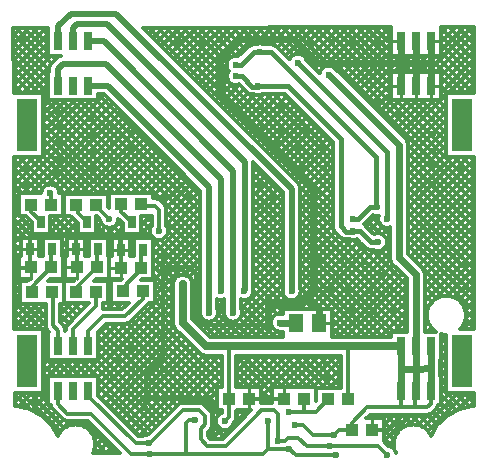
<source format=gbr>
G04 DipTrace 4.3.0.5*
G04 2 - Bottom.gbr*
%MOMM*%
G04 #@! TF.FileFunction,Copper,L2,Bot*
G04 #@! TF.Part,Single*
G04 #@! TA.AperFunction,CopperBalancing*
%ADD10C,0.25*%
G04 #@! TA.AperFunction,Conductor*
%ADD15C,0.5*%
G04 #@! TA.AperFunction,CopperBalancing*
%ADD16C,0.3*%
G04 #@! TA.AperFunction,ViaPad*
%ADD17C,0.6*%
G04 #@! TA.AperFunction,Conductor*
%ADD18C,0.7*%
%ADD19C,0.4*%
%ADD21R,1.1X1.0*%
%ADD22R,1.3X1.5*%
%ADD23R,0.65X1.05*%
%ADD26R,1.8X4.5*%
%ADD33R,0.75X1.5*%
%FSLAX35Y35*%
G04*
G71*
G90*
G75*
G01*
G04 Bottom*
%LPD*%
X-1577000Y1168500D2*
D15*
Y1296000D1*
X-1468000Y1405000D1*
X-1083000D1*
X400000Y-78000D1*
Y-947000D1*
X-1450000Y1168500D2*
Y1283000D1*
X-1420000Y1313000D1*
X-1160000D1*
X3000Y150000D1*
Y-940000D1*
X-1000Y-944000D1*
X-1323000Y1168500D2*
X-1191500D1*
X-98000Y75000D1*
Y-1127000D1*
X-201000Y-945000D2*
Y3000D1*
X-1176000Y978000D1*
X-1537000D1*
X-1582000Y933000D1*
Y796500D1*
X-1577000Y791500D1*
X-301000Y-1127000D2*
Y-66000D1*
X-1158500Y791500D1*
X-1323000D1*
X-523000Y-889000D2*
D18*
X-524000Y-1008000D1*
X-522000Y-1140000D1*
X1323000Y-1411500D2*
X881000D1*
X-130000D1*
X-324500D1*
X-522000Y-1214000D1*
Y-1140000D1*
X1323000Y-1411500D2*
D17*
Y-1601083D1*
Y-1788500D1*
X1310000Y-438000D2*
Y290000D1*
X713000Y887000D1*
X1450000Y-1411500D2*
Y-803000D1*
X1310000Y-663000D1*
Y-438000D1*
X1450000Y-1411500D2*
Y-1601083D1*
Y-1788500D1*
X1323000Y-1601083D2*
X1450000D1*
X1577000Y-1411500D2*
Y-1600000D1*
Y-1788500D1*
X1450000Y-1601083D2*
X1577000Y-1600000D1*
X1323000Y-1788500D2*
D16*
Y-1929000D1*
X1042000D1*
X908000Y-2063000D1*
Y-2118000D1*
X910000Y-2120000D1*
X799000D1*
X756000Y-2163000D1*
X432000Y-2081000D2*
X498000D1*
X580000Y-2163000D1*
X756000D1*
X1323000Y-1929000D2*
X1448000D1*
Y-1790500D1*
X1450000Y-1788500D1*
X1448000Y-1929000D2*
X1550000D1*
X1577000Y-1902000D1*
Y-1788500D1*
X-130000Y-1856000D2*
Y-1411500D1*
Y-1856000D2*
Y-2010000D1*
X-165000Y-2045000D1*
X881000Y-1860000D2*
Y-1411500D1*
X1323000Y1168500D2*
D17*
Y989323D1*
Y791500D1*
X1450000Y1168500D2*
Y989323D1*
Y791500D1*
Y989323D2*
X1323000D1*
X1577000Y1168500D2*
Y984987D1*
Y791500D1*
Y984987D2*
X1450000Y989323D1*
X198000Y-1116000D2*
Y-1052000D1*
X481000D1*
X530473Y-1002527D1*
X578000Y-955000D1*
Y-836000D1*
Y-73000D1*
X-203000Y708000D1*
Y1016000D1*
X-32000Y1187000D1*
X420000D1*
X617677Y989323D1*
X1323000D1*
X199000Y-1229000D2*
X198000Y-1116000D1*
Y-996000D1*
X629000Y-1219000D2*
Y-1101053D1*
X530473Y-1002527D1*
X199000Y-1229000D2*
D16*
X-355000D1*
X-413000Y-1171000D1*
Y-795000D1*
X-463000Y-745000D1*
X-587000D1*
X-591000Y-749000D1*
X-686000D2*
X-591000D1*
X-1817000Y-591000D2*
Y-734000D1*
X-1806000Y-745000D1*
X-1817000Y-591000D2*
Y-473000D1*
X-1427000D1*
X-1054000D1*
Y-586000D1*
X-1046000Y-594000D1*
X-1043000Y-746000D2*
Y-597000D1*
X-1046000Y-594000D1*
X-1427000Y-593000D2*
Y-473000D1*
X-1418000Y-745000D2*
Y-602000D1*
X-1427000Y-593000D1*
X-1054000Y-473000D2*
X-814000D1*
X-704500Y-582500D1*
X-688000Y-599000D1*
Y-747000D1*
X-686000Y-749000D1*
X-1924000D2*
X-1810000D1*
X-1806000Y-745000D1*
X-686000Y-749000D2*
Y-902000D1*
Y-1029000D1*
Y-1310000D1*
Y-1459000D1*
Y-1513000D1*
X-837000Y-1664000D1*
Y-1858000D1*
X-838000Y-1859000D1*
X-840000Y-1936000D2*
Y-1861000D1*
X-838000Y-1859000D1*
X-308000D1*
X-267000Y-1900000D1*
Y-2179000D1*
X199000Y-1855000D2*
X41000D1*
X40000Y-1856000D1*
X199000Y-1855000D2*
X334000D1*
X335000Y-1856000D1*
X1080000Y-2120000D2*
X1227000D1*
X1282000Y-2065000D1*
X-681000Y-625000D2*
X-704500Y-582500D1*
X-686000Y-902000D2*
D3*
Y-1029000D2*
D3*
Y-1310000D2*
D3*
Y-1459000D2*
D3*
X578000Y-836000D2*
D17*
D3*
X-72000Y876000D2*
D19*
X-23000D1*
X67000Y786000D1*
X113000D1*
X115000Y788000D1*
X369000D1*
X814000Y343000D1*
Y-398000D1*
X858000Y-442000D1*
X918000D1*
X923000Y-437000D1*
X978000D1*
X1072000Y-531000D1*
X1132000D1*
X-723000Y-437000D2*
D16*
Y-255000D1*
X-757000Y-221000D1*
X-864000D1*
X-873000Y-212000D1*
X1209000Y-333000D2*
D19*
Y232000D1*
X452000Y989000D1*
X-1641000Y-214000D2*
D16*
Y-120000D1*
X-1643000Y-118000D1*
X-74000Y969000D2*
D19*
X-29000D1*
X79000Y1077000D1*
X129000D1*
X227000D1*
X1117000Y187000D1*
Y-227000D1*
X1122000Y-232000D1*
X918000Y-334000D2*
X964000D1*
X1067000Y-231000D1*
X1121000D1*
X1122000Y-232000D1*
X-1144000Y-334000D2*
D16*
Y-331000D1*
X-1254000Y-221000D1*
Y-216000D1*
X300000Y-1212000D2*
D17*
X432000D1*
D16*
X439000Y-1219000D1*
X-1577000Y-1411500D2*
Y-1280000D1*
X-1622000Y-1235000D1*
Y-963000D1*
X-1628000Y-957000D1*
X-1636000Y-745000D2*
Y-600000D1*
X-1627000Y-591000D1*
X-1798000Y-957000D2*
Y-907000D1*
X-1636000Y-745000D1*
X286000Y-2213000D2*
X346000D1*
X369000Y-2190000D1*
X458000D1*
X527000Y-2259000D1*
X721000D1*
X722000Y-2258000D1*
X1134000D1*
X1207000Y-2331000D1*
X-809000Y-2235000D2*
X-801000D1*
X-519000Y-1953000D1*
X-385000D1*
X-333000Y-2005000D1*
Y-2073000D1*
X-370000Y-2110000D1*
Y-2200000D1*
X-313000Y-2257000D1*
X-157000D1*
X104527Y-1995473D1*
Y-1990473D1*
X142000Y-1953000D1*
X252000D1*
X286000Y-1987000D1*
Y-2213000D1*
X-809000Y-2235000D2*
X-922000D1*
X-1323000Y-1834000D1*
Y-1788500D1*
X-1450000Y-1411500D2*
Y-1270000D1*
X-1255000Y-1075000D1*
Y-953000D1*
X-1323000Y-1411500D2*
Y-1287000D1*
X-1196000Y-1160000D1*
X-1009000D1*
X-861000Y-1012000D1*
Y-946000D1*
X-1248000Y-745000D2*
Y-604000D1*
X-1237000Y-593000D1*
X-1425000Y-953000D2*
Y-922000D1*
X-1248000Y-745000D1*
X-873000Y-746000D2*
Y-611000D1*
X-856000Y-594000D1*
X-1031000Y-946000D2*
Y-920000D1*
X-873000Y-762000D1*
Y-746000D1*
X-1043000Y-212000D2*
Y-272000D1*
X-951000Y-364000D1*
X-1332000Y-363000D2*
Y-357000D1*
X-1405000Y-284000D1*
Y-235000D1*
X-1424000Y-216000D1*
X-803000Y-2323000D2*
X-493000D1*
X157000D1*
X196000Y-2284000D1*
X377000D1*
X380000Y-2281000D1*
X776000Y-2335000D2*
X434000D1*
X380000Y-2281000D1*
X197000Y-2041000D2*
X196000Y-2284000D1*
X-1577000Y-1788500D2*
Y-1903000D1*
X-1498000Y-1982000D1*
X-1299000D1*
X-958000Y-2323000D1*
X-803000D1*
X-420000Y-2034000D2*
X-467000D1*
X-493000Y-2060000D1*
Y-2323000D1*
X-1722000Y-361000D2*
Y-355000D1*
X-1804000Y-273000D1*
Y-221000D1*
X-1811000Y-214000D1*
X711000Y-1860000D2*
X604000Y-1967000D1*
X505897D1*
X377000D1*
X505897D2*
Y-1856897D1*
X505000Y-1856000D1*
D17*
X129000Y1077000D3*
X452000Y989000D3*
X-74000Y969000D3*
X713000Y887000D3*
X-72000Y876000D3*
X115000Y788000D3*
X-1643000Y-118000D3*
X1122000Y-232000D3*
X1209000Y-333000D3*
X-1144000Y-334000D3*
X918000D3*
X-723000Y-437000D3*
X923000D3*
X1310000Y-438000D3*
X1132000Y-531000D3*
X-1924000Y-749000D3*
X-686000D3*
X-591000D3*
X-523000Y-889000D3*
X-1000Y-944000D3*
X-201000Y-945000D3*
X400000Y-947000D3*
X198000Y-996000D3*
X-524000Y-1008000D3*
X198000Y-1116000D3*
X-301000Y-1127000D3*
X-98000D3*
X-522000Y-1140000D3*
X300000Y-1212000D3*
X199000Y-1229000D3*
Y-1855000D3*
X-838000Y-1859000D3*
X-840000Y-1936000D3*
X377000Y-1967000D3*
X-420000Y-2034000D3*
X197000Y-2041000D3*
X-165000Y-2045000D3*
X1282000Y-2065000D3*
X432000Y-2081000D3*
X756000Y-2163000D3*
X-267000Y-2179000D3*
X286000Y-2213000D3*
X-809000Y-2235000D3*
X722000Y-2258000D3*
X380000Y-2281000D3*
X-803000Y-2323000D3*
X1207000Y-2331000D3*
X776000Y-2335000D3*
X-1576000Y575000D3*
X-1582000Y447000D3*
X-1576000Y314000D3*
Y176000D3*
Y44000D3*
X-1295000Y511000D3*
Y368000D3*
X-1286000Y238000D3*
X-1289000Y98000D3*
X-1112000Y442000D3*
X-1113000Y309000D3*
X-1114000Y160000D3*
X-955000Y250000D3*
Y391000D3*
X1590000Y513000D3*
X1595000Y382000D3*
Y241000D3*
X1599000Y110000D3*
Y-35000D3*
X1305000Y553000D3*
X1121000Y663000D3*
X-60000Y614000D3*
X138000D3*
X313000Y610000D3*
X155000Y434000D3*
X309000Y430000D3*
X506000Y421000D3*
X282000Y294000D3*
X471000Y276000D3*
X655000Y263000D3*
X476000Y101000D3*
X673000Y97000D3*
X620000Y-97000D3*
X151000Y-57000D3*
X252000Y-158000D3*
X-477000Y-136000D3*
X-661000Y-140000D3*
X1832000Y83000D3*
Y-83000D3*
X-1859000Y92000D3*
Y-57000D3*
X1121000Y1163000D3*
X923000D3*
X739000D3*
X559000D3*
X1823000Y1189000D3*
X-209000Y1181000D3*
X-363000Y1172000D3*
X-551000D3*
X-1881000Y1189000D3*
X-1763000D3*
X267000Y-647000D3*
X-681000Y-625000D3*
X-686000Y-902000D3*
Y-1029000D3*
X627000Y-696000D3*
X820000Y-687000D3*
X1013000Y-696000D3*
X1175000Y-810000D3*
X1259000Y-937000D3*
X1267000Y-1108000D3*
X1101000Y-1121000D3*
X916000Y-1126000D3*
X1066000Y-941000D3*
X890000Y-937000D3*
X723000D3*
X-686000Y-1310000D3*
Y-1459000D3*
Y-1613000D3*
X-953000Y-1446000D3*
Y-1608000D3*
X-1081000Y-1529000D3*
X-1752000Y-1881000D3*
X1741000Y-1898000D3*
X578000Y-836000D3*
X692000Y-1565000D3*
X688000Y-1683000D3*
X1874000Y-735000D3*
X1879000Y-914000D3*
X-1109000Y-1679000D3*
X-1892320Y1281970D2*
D16*
X-1953623Y1220667D1*
X-1821527Y1282053D2*
X-1953347Y1150233D1*
X-1750693Y1282177D2*
X-1953113Y1079757D1*
X-1679897Y1282260D2*
X-1952877Y1009280D1*
X-1662800Y1228647D2*
X-1952643Y938803D1*
X-1662813Y1157920D2*
X-1952407Y868327D1*
X-1662827Y1087197D2*
X-1952173Y797853D1*
X-1634130Y1045183D2*
X-1941000Y738313D1*
X-1649473Y959130D2*
X-1870290Y738313D1*
X-1662827Y875063D2*
X-1799580Y738313D1*
X-1662800Y804383D2*
X-1728867Y738313D1*
X-1662813Y733657D2*
X-1701660Y694810D1*
X-1657567Y668193D2*
X-1701673Y624087D1*
X-1586857Y668193D2*
X-1701690Y553363D1*
X-1516147Y668193D2*
X-1701660Y482680D1*
X-830293Y1283337D2*
X-843340Y1270287D1*
X-1445433Y668193D2*
X-1701673Y411953D1*
X-1921943Y191683D2*
X-1950020Y163610D1*
X-759500Y1283420D2*
X-808000Y1234920D1*
X-1374723Y668193D2*
X-1701690Y341230D1*
X-1851233Y191683D2*
X-1949743Y93177D1*
X-688707Y1283503D2*
X-772630Y1199577D1*
X-1304013Y668193D2*
X-1701660Y270547D1*
X-1780523Y191683D2*
X-1949507Y22700D1*
X-617913Y1283583D2*
X-737260Y1164237D1*
X-1186733Y714763D2*
X-1701673Y199823D1*
X-1709810Y191690D2*
X-1949273Y-47777D1*
X-547077Y1283710D2*
X-701933Y1128853D1*
X-1151363Y679423D2*
X-1949037Y-118250D1*
X-476283Y1283793D2*
X-666563Y1093510D1*
X-1115993Y644080D2*
X-1875760Y-115683D1*
X-1914307Y-154230D2*
X-1948803Y-188727D1*
X-405490Y1283873D2*
X-631197Y1058170D1*
X-1080667Y608700D2*
X-1805047Y-115683D1*
X-1914320Y-224957D2*
X-1948570Y-259203D1*
X-334697Y1283957D2*
X-595867Y1022787D1*
X-1045297Y573357D2*
X-1661043Y-42390D1*
X-1718610Y-99957D2*
X-1734337Y-115683D1*
X-1914333Y-295680D2*
X-1948333Y-329680D1*
X-263903Y1284040D2*
X-560500Y987447D1*
X-1009930Y538017D2*
X-1599697Y-51753D1*
X-1860280Y-312337D2*
X-1948100Y-400157D1*
X-193110Y1284123D2*
X-525130Y952103D1*
X-974600Y502633D2*
X-1568677Y-91447D1*
X-1822507Y-345273D2*
X-1947823Y-470590D1*
X-122273Y1284247D2*
X-489800Y916720D1*
X-939230Y467290D2*
X-1537660Y-131137D1*
X-1802840Y-396320D2*
X-1947587Y-541067D1*
X-51480Y1284330D2*
X-454433Y881380D1*
X-903863Y431950D2*
X-1453483Y-117670D1*
X-1797633Y-461823D2*
X-1826000Y-490187D1*
X-1897817Y-562007D2*
X-1947353Y-611540D1*
X19313Y1284413D2*
X-419063Y846037D1*
X-868533Y396567D2*
X-1382773Y-117670D1*
X-1577437Y-312337D2*
X-1641183Y-376083D1*
X-1726923Y-461823D2*
X-1755287Y-490187D1*
X-1897830Y-632730D2*
X-1947120Y-682017D1*
X90107Y1284497D2*
X-383737Y810653D1*
X-833167Y361223D2*
X-1312063Y-117670D1*
X-1508713Y-314323D2*
X-1641197Y-446807D1*
X-1656200Y-461810D2*
X-1684577Y-490187D1*
X-1707837Y-513447D2*
X-1736160Y-541770D1*
X-1909320Y-714930D2*
X-1946883Y-752493D1*
X160900Y1284580D2*
X-76490Y1047190D1*
X-152160Y971520D2*
X-348367Y775313D1*
X-797797Y325883D2*
X-1241350Y-117670D1*
X-1451717Y-328040D2*
X-1613867Y-490187D1*
X-1707810Y-584130D2*
X-1736173Y-612493D1*
X-1909337Y-785657D2*
X-1946650Y-822970D1*
X231693Y1284663D2*
X92333Y1145300D1*
X-138793Y914177D2*
X-312997Y739970D1*
X-762470Y290500D2*
X-1170640Y-117670D1*
X-1416390Y-363420D2*
X-1546180Y-493210D1*
X-1896297Y-843330D2*
X-1946413Y-893447D1*
X302527Y1284787D2*
X165073Y1147330D1*
X-142327Y839930D2*
X-277670Y704590D1*
X-727100Y255160D2*
X-1095953Y-113693D1*
X-1412840Y-430583D2*
X-1474433Y-492177D1*
X-1507803Y-525547D2*
X-1546193Y-563937D1*
X-1825587Y-843330D2*
X-1840943Y-858683D1*
X-1901323Y-919067D2*
X-1946180Y-963920D1*
X373320Y1284870D2*
X233630Y1145177D1*
X-106587Y804963D2*
X-242300Y669247D1*
X-691730Y219817D2*
X-1025243Y-113693D1*
X-1238673Y-327127D2*
X-1251150Y-339603D1*
X-1375360Y-463810D2*
X-1403723Y-492177D1*
X-1507817Y-596270D2*
X-1546167Y-634620D1*
X-1901340Y-989790D2*
X-1945903Y-1034357D1*
X444117Y1284953D2*
X280517Y1121353D1*
X-42837Y798000D2*
X-206930Y633907D1*
X-656403Y184433D2*
X-954530Y-113693D1*
X-1213167Y-372330D2*
X-1251183Y-410347D1*
X-1304647Y-463810D2*
X-1346187Y-505350D1*
X-1521337Y-680500D2*
X-1532680Y-691843D1*
X-1896173Y-1055337D2*
X-1945667Y-1104830D1*
X514910Y1285033D2*
X315887Y1086013D1*
X-7507Y762620D2*
X-171603Y598523D1*
X-621033Y149093D2*
X-883820Y-113693D1*
X-1176223Y-406097D2*
X-1262303Y-492177D1*
X-1317837Y-547710D2*
X-1346160Y-576033D1*
X-1521310Y-751183D2*
X-1532663Y-762537D1*
X-1613457Y-843330D2*
X-1628810Y-858683D1*
X-1825463Y-1055337D2*
X-1945433Y-1175307D1*
X585703Y1285117D2*
X351213Y1050630D1*
X28897Y728313D2*
X-136233Y563180D1*
X-585663Y113750D2*
X-813110Y-113693D1*
X-1052603Y-353187D2*
X-1191590Y-492177D1*
X-1317810Y-618393D2*
X-1346090Y-646677D1*
X-1521323Y-821910D2*
X-1558100Y-858683D1*
X-1754753Y-1055337D2*
X-1945200Y-1245783D1*
X656537Y1285243D2*
X436550Y1065253D1*
X85893Y714600D2*
X-100867Y527840D1*
X-550337Y78367D2*
X-769660Y-140957D1*
X-1031820Y-403113D2*
X-1156180Y-527477D1*
X-1472033Y-843330D2*
X-1483370Y-854663D1*
X-1685327Y-1056620D2*
X-1895370Y-1266663D1*
X727330Y1285323D2*
X496487Y1054483D1*
X161700Y719693D2*
X-65537Y492457D1*
X-514967Y43027D2*
X-724017Y-166023D1*
X-1022800Y-464807D2*
X-1051163Y-493170D1*
X-1126837Y-568840D2*
X-1156193Y-598200D1*
X-1685340Y-1127347D2*
X-1824660Y-1266663D1*
X798123Y1285407D2*
X526803Y1014087D1*
X232410Y719693D2*
X-30170Y457117D1*
X-479597Y7687D2*
X-687240Y-199957D1*
X-797590Y-310307D2*
X-870160Y-382877D1*
X-952090Y-464807D2*
X-980453Y-493170D1*
X-1542620Y-1055337D2*
X-1558680Y-1071397D1*
X-1685313Y-1198030D2*
X-1753950Y-1266663D1*
X868917Y1285490D2*
X561137Y977710D1*
X303123Y719693D2*
X5200Y421773D1*
X-444270Y-27697D2*
X-660363Y-243790D1*
X-786333Y-369760D2*
X-870177Y-453603D1*
X-881373Y-464803D2*
X-909743Y-493170D1*
X-936813Y-520243D2*
X-965180Y-548607D1*
X-1467890Y-1051317D2*
X-1558693Y-1142120D1*
X-1679567Y-1262993D2*
X-1701673Y-1285103D1*
X939710Y1285573D2*
X596503Y942367D1*
X356637Y702500D2*
X40530Y386390D1*
X-408900Y-63040D2*
X-659673Y-313810D1*
X-799853Y-453993D2*
X-839033Y-493170D1*
X-936830Y-590967D2*
X-965193Y-619330D1*
X-1189190Y-843330D2*
X-1200527Y-854663D1*
X-1397180Y-1051317D2*
X-1556057Y-1210193D1*
X-1662800Y-1316940D2*
X-1701690Y-1355827D1*
X1010503Y1285657D2*
X683127Y958277D1*
X392007Y667160D2*
X75897Y351050D1*
X-374320Y-99167D2*
X-659687Y-384537D1*
X-1134323Y-859173D2*
X-1151693Y-876540D1*
X-1326470Y-1051317D2*
X-1522093Y-1246943D1*
X-1662813Y-1387663D2*
X-1701660Y-1426510D1*
X1081340Y1285780D2*
X751600Y956040D1*
X427337Y631777D2*
X111267Y315707D1*
X-374333Y-169893D2*
X-644867Y-440427D1*
X-719547Y-515103D2*
X-775173Y-570730D1*
X-1134320Y-929880D2*
X-1151663Y-947223D1*
X-1662827Y-1458387D2*
X-1701673Y-1497233D1*
X1152133Y1285863D2*
X789123Y922853D1*
X462703Y596433D2*
X146593Y280323D1*
X-374307Y-240577D2*
X-775187Y-641457D1*
X-1134337Y-1000603D2*
X-1151680Y-1017947D1*
X-1662800Y-1529070D2*
X-1701690Y-1567960D1*
X1222927Y1285947D2*
X824490Y887510D1*
X498073Y561093D2*
X181963Y244983D1*
X-374320Y-311300D2*
X-769690Y-706670D1*
X-1107337Y-1044317D2*
X-1159690Y-1096670D1*
X-1597850Y-1534830D2*
X-1701660Y-1638640D1*
X-1876357Y-1813337D2*
X-1943043Y-1880023D1*
X1237167Y1229473D2*
X859860Y852170D1*
X533400Y525710D2*
X217333Y209640D1*
X112370Y104677D2*
X76340Y68647D1*
X-374333Y-382023D2*
X-769660Y-777353D1*
X-1036623Y-1044317D2*
X-1088977Y-1096670D1*
X-1527140Y-1534830D2*
X-1701673Y-1709367D1*
X-1805643Y-1813337D2*
X-1908297Y-1915987D1*
X1237193Y1158790D2*
X895190Y816787D1*
X568770Y490370D2*
X252660Y174260D1*
X147737Y69337D2*
X76327Y-2077D1*
X-374307Y-452707D2*
X-769260Y-847663D1*
X-1144900Y-1223303D2*
X-1237193Y-1315597D1*
X-1456427Y-1534830D2*
X-1586797Y-1665200D1*
X-1662800Y-1741203D2*
X-1701690Y-1780090D1*
X-1734933Y-1813337D2*
X-1852210Y-1930613D1*
X1237180Y1088067D2*
X930557Y781447D1*
X604140Y455027D2*
X288030Y138917D1*
X183107Y33993D2*
X76313Y-72800D1*
X-374320Y-523433D2*
X-757673Y-906787D1*
X-1074190Y-1223303D2*
X-1237167Y-1386280D1*
X-1385717Y-1534830D2*
X-1516087Y-1665200D1*
X-1662813Y-1811927D2*
X-1799233Y-1948347D1*
X1265007Y1045183D2*
X965927Y746103D1*
X639467Y419643D2*
X323400Y103577D1*
X218433Y-1390D2*
X76340Y-143483D1*
X-374333Y-594157D2*
X-757687Y-977510D1*
X-1002940Y-1222763D2*
X-1237180Y-1457003D1*
X-1315007Y-1534830D2*
X-1445377Y-1665200D1*
X-1662827Y-1882650D2*
X-1754293Y-1974117D1*
X1335720Y1045183D2*
X1001253Y710720D1*
X674837Y384303D2*
X358727Y68193D1*
X253803Y-36730D2*
X76327Y-214207D1*
X-374307Y-664840D2*
X-515323Y-805857D1*
X-606367Y-896900D2*
X-1237193Y-1527727D1*
X-1244280Y-1534813D2*
X-1374667Y-1665200D1*
X-1636327Y-1926860D2*
X-1709687Y-2000220D1*
X1406430Y1045183D2*
X1276060Y914813D1*
X1237180Y875937D2*
X1036623Y675380D1*
X710207Y348960D2*
X394097Y32850D1*
X289173Y-72070D2*
X76313Y-284933D1*
X-374320Y-735563D2*
X-465910Y-827153D1*
X-606960Y-968203D2*
X-1303957Y-1665200D1*
X-1604767Y-1966013D2*
X-1674357Y-2035603D1*
X1718523Y1286567D2*
X1662813Y1230860D1*
X1477140Y1045183D2*
X1346770Y914813D1*
X1237167Y805210D2*
X1071993Y640037D1*
X745533Y313577D2*
X429463Y-2490D1*
X324500Y-107453D2*
X76340Y-355617D1*
X-374333Y-806290D2*
X-440897Y-872853D1*
X-606890Y-1038847D2*
X-1237180Y-1669137D1*
X-1569400Y-2001353D2*
X-1638987Y-2070943D1*
X1789317Y1286650D2*
X1662840Y1160177D1*
X1547850Y1045183D2*
X1417480Y914813D1*
X1237193Y734527D2*
X1107320Y604653D1*
X745687Y243020D2*
X463260Y-39407D1*
X326683Y-175983D2*
X76327Y-426340D1*
X-374307Y-876970D2*
X-440167Y-942833D1*
X-605827Y-1108493D2*
X-1237193Y-1739860D1*
X-1533037Y-2035700D2*
X-1610497Y-2113163D1*
X1860110Y1286733D2*
X1662827Y1089450D1*
X1618560Y1045183D2*
X1488190Y914813D1*
X1241570Y668193D2*
X1142690Y569313D1*
X745670Y172293D2*
X473313Y-100063D1*
X326670Y-246707D2*
X76313Y-497063D1*
X-374320Y-947697D2*
X-440553Y-1013930D1*
X-605303Y-1178680D2*
X-1237167Y-1810543D1*
X-1471937Y-2045313D2*
X-1584740Y-2158117D1*
X1930947Y1286857D2*
X1558903Y914813D1*
X1312283Y668193D2*
X1178060Y533970D1*
X745700Y101610D2*
X473340Y-170747D1*
X326697Y-317390D2*
X76340Y-567747D1*
X-374333Y-1018420D2*
X-439490Y-1083577D1*
X-600263Y-1244350D2*
X-1211077Y-1855167D1*
X-1401227Y-2045313D2*
X-1428473Y-2072560D1*
X1943857Y1229060D2*
X1629613Y914813D1*
X1382993Y668193D2*
X1213387Y498587D1*
X745683Y30887D2*
X473327Y-241470D1*
X326683Y-388117D2*
X76327Y-638473D1*
X-374307Y-1089103D2*
X-438673Y-1153473D1*
X-570157Y-1284953D2*
X-1175710Y-1890507D1*
X-1330517Y-2045313D2*
X-1368700Y-2083497D1*
X1943817Y1158307D2*
X1662840Y877333D1*
X1453677Y668167D2*
X1248770Y463260D1*
X745683Y-39823D2*
X473327Y-312180D1*
X326683Y-458827D2*
X76327Y-709183D1*
X-373310Y-1158820D2*
X-415720Y-1201230D1*
X-534773Y-1320280D2*
X-1140367Y-1925877D1*
X-1293143Y-2078653D2*
X-1323870Y-2109380D1*
X1943817Y1087597D2*
X1662840Y806623D1*
X1524400Y668180D2*
X1284110Y427890D1*
X745683Y-110533D2*
X473327Y-382893D1*
X326683Y-529537D2*
X76327Y-779893D1*
X-171330Y-1027550D2*
X-227660Y-1083880D1*
X-339753Y-1195970D2*
X-380340Y-1236557D1*
X-499430Y-1355650D2*
X-1104983Y-1961203D1*
X-1257803Y-2114023D2*
X-1290187Y-2146407D1*
X1943777Y1016847D2*
X1662840Y735910D1*
X1595123Y668193D2*
X1319453Y392523D1*
X745683Y-181247D2*
X473327Y-453603D1*
X326683Y-600247D2*
X76327Y-850603D1*
X-171330Y-1098260D2*
X-229527Y-1156457D1*
X-271553Y-1198483D2*
X-344997Y-1271927D1*
X-464090Y-1391020D2*
X-1069643Y-1996573D1*
X-1222420Y-2149350D2*
X-1268187Y-2195117D1*
X1943777Y946133D2*
X1735970Y738327D1*
X1701687Y704047D2*
X1354837Y357193D1*
X745683Y-251957D2*
X473327Y-524313D1*
X326683Y-670957D2*
X76327Y-921317D1*
X-167353Y-1164993D2*
X-309657Y-1307297D1*
X-428707Y-1426347D2*
X-1034303Y-2031943D1*
X-1187077Y-2184720D2*
X-1264290Y-2261933D1*
X1943733Y875383D2*
X1806650Y738300D1*
X1701687Y633337D2*
X1384460Y316107D1*
X745683Y-322667D2*
X473327Y-595023D1*
X326683Y-741670D2*
X-24687Y-1093037D1*
X-130603Y-1198953D2*
X-259813Y-1328163D1*
X-393363Y-1461717D2*
X-998920Y-2067270D1*
X-1151737Y-2220087D2*
X-1244527Y-2312880D1*
X1943733Y804670D2*
X1877377Y738313D1*
X1701687Y562627D2*
X1388313Y249250D1*
X745683Y-393377D2*
X473327Y-665733D1*
X326683Y-812380D2*
X-189130Y-1328193D1*
X-351767Y-1490830D2*
X-963577Y-2102640D1*
X-1116353Y-2255417D2*
X-1173803Y-2312867D1*
X1701687Y491913D2*
X1388313Y178540D1*
X763957Y-445817D2*
X473327Y-736447D1*
X326683Y-883090D2*
X-118407Y-1328177D1*
X-285060Y-1494833D2*
X-928237Y-2138010D1*
X-1081013Y-2290783D2*
X-1103120Y-2312893D1*
X1701687Y421203D2*
X1388313Y107830D1*
X799297Y-481187D2*
X473327Y-807157D1*
X322207Y-958277D2*
X-47680Y-1328163D1*
X-214337Y-1494820D2*
X-891197Y-2171680D1*
X1701687Y350493D2*
X1388313Y37117D1*
X842263Y-508930D2*
X473327Y-877867D1*
X346157Y-1005040D2*
X23003Y-1328193D1*
X-193330Y-1544523D2*
X-545693Y-1896887D1*
X1701687Y279783D2*
X1388313Y-33593D1*
X1111987Y-309920D2*
X1030380Y-391523D1*
X907727Y-514180D2*
X478300Y-943607D1*
X396580Y-1025327D2*
X286633Y-1135270D1*
X223267Y-1198637D2*
X93727Y-1328177D1*
X-193330Y-1615237D2*
X-467760Y-1889663D1*
X1701687Y209073D2*
X1388313Y-104303D1*
X1134277Y-358340D2*
X1065723Y-426893D1*
X967883Y-524730D2*
X396927Y-1095690D1*
X235200Y-1257413D2*
X164450Y-1328163D1*
X-2203Y-1494820D2*
X-66697Y-1559313D1*
X-193330Y-1685947D2*
X-397077Y-1889693D1*
X1755010Y191683D2*
X1388313Y-175013D1*
X1164730Y-398597D2*
X1104750Y-458573D1*
X1003227Y-560100D2*
X467650Y-1095677D1*
X276177Y-1287150D2*
X235133Y-1328193D1*
X68520Y-1494807D2*
X-66697Y-1630023D1*
X-233313Y-1796640D2*
X-342013Y-1905340D1*
X1825737Y191700D2*
X1388313Y-245723D1*
X1224887Y-409150D2*
X1171540Y-462497D1*
X1041220Y-592817D2*
X538377Y-1095660D1*
X325687Y-1308350D2*
X305860Y-1328177D1*
X139203Y-1494833D2*
X-66697Y-1700733D1*
X-233313Y-1867350D2*
X-306590Y-1940627D1*
X1896417Y191670D2*
X1388313Y-316437D1*
X1231683Y-473063D2*
X1204687Y-500063D1*
X1101090Y-603660D2*
X609060Y-1095690D1*
X209927Y-1494820D2*
X-52943Y-1757690D1*
X-233313Y-1938060D2*
X-274437Y-1979187D1*
X1943527Y168070D2*
X1388313Y-387147D1*
X1231683Y-543777D2*
X679783Y-1095677D1*
X280650Y-1494807D2*
X17783Y-1757677D1*
X-232483Y-2007943D2*
X-269673Y-2045133D1*
X1943527Y97357D2*
X1388313Y-457857D1*
X1231683Y-614487D2*
X742303Y-1103863D1*
X351333Y-1494833D2*
X88507Y-1757663D1*
X-235177Y-2081347D2*
X-306673Y-2152840D1*
X1943487Y26607D2*
X1388313Y-528567D1*
X1233837Y-683043D2*
X742303Y-1174577D1*
X422060Y-1494820D2*
X143320Y-1773560D1*
X-37423Y-1954300D2*
X-66697Y-1983577D1*
X-199297Y-2116177D2*
X-276800Y-2193680D1*
X1943443Y-44147D2*
X1388313Y-599277D1*
X1261307Y-726283D2*
X742303Y-1245287D1*
X492783Y-1494807D2*
X143320Y-1844270D1*
X33260Y-1954330D2*
X-106017Y-2093607D1*
X-116367Y-2103957D2*
X-206077Y-2193667D1*
X1943443Y-114857D2*
X1408657Y-649647D1*
X1296647Y-761653D2*
X742303Y-1315997D1*
X563467Y-1494833D2*
X300640Y-1757663D1*
X231680Y-1826623D2*
X168637Y-1889663D1*
X1943403Y-185610D2*
X1443997Y-685013D1*
X1331990Y-797023D2*
X800847Y-1328163D1*
X634190Y-1494820D2*
X371320Y-1757690D1*
X1943403Y-256320D2*
X1479380Y-720343D1*
X1367373Y-832350D2*
X871530Y-1328193D1*
X704917Y-1494807D2*
X442047Y-1757677D1*
X1943360Y-327073D2*
X1514017Y-756417D1*
X1371680Y-898750D2*
X942257Y-1328177D1*
X775600Y-1494833D2*
X512770Y-1757663D1*
X1943360Y-397783D2*
X1528310Y-812833D1*
X1371680Y-969463D2*
X1012980Y-1328163D1*
X817693Y-1523450D2*
X583453Y-1757690D1*
X1943320Y-468533D2*
X1528310Y-883543D1*
X1371680Y-1040173D2*
X1083663Y-1328193D1*
X817693Y-1594160D2*
X650160Y-1761697D1*
X1943320Y-539247D2*
X1528310Y-954253D1*
X1371680Y-1110883D2*
X1154387Y-1328177D1*
X817693Y-1664870D2*
X720883Y-1761680D1*
X1943277Y-609997D2*
X1528310Y-1024963D1*
X1371680Y-1181593D2*
X1265093Y-1288183D1*
X1237193Y-1316083D2*
X1225110Y-1328163D1*
X817693Y-1735583D2*
X791607Y-1761667D1*
X1943277Y-680710D2*
X1528310Y-1095677D1*
X1371680Y-1252303D2*
X1335817Y-1288170D1*
X1943237Y-751460D2*
X1712147Y-982553D1*
X1542547Y-1152150D2*
X1528310Y-1166387D1*
X1943237Y-822170D2*
X1771723Y-993683D1*
X1553650Y-1211757D2*
X1528310Y-1237097D1*
X1943197Y-892923D2*
X1816470Y-1019647D1*
X1579630Y-1256490D2*
X1547950Y-1288170D1*
X1943197Y-963633D2*
X1850073Y-1056757D1*
X1943153Y-1034387D2*
X1871950Y-1105590D1*
X1943153Y-1105097D2*
X1875593Y-1172657D1*
X1701687Y-1346563D2*
X1662840Y-1385410D1*
X1943113Y-1175850D2*
X1852267Y-1266693D1*
X1701687Y-1417273D2*
X1662840Y-1456120D1*
X1126653Y-1992310D2*
X1097293Y-2021667D1*
X1943113Y-1246560D2*
X1922993Y-1266680D1*
X1701687Y-1487983D2*
X1662840Y-1526830D1*
X1197337Y-1992337D2*
X1167977Y-2021693D1*
X1701687Y-1558693D2*
X1655343Y-1605040D1*
X1268060Y-1992323D2*
X1183307Y-2077077D1*
X1701687Y-1629407D2*
X1662840Y-1668253D1*
X1338783Y-1992310D2*
X1183307Y-2147787D1*
X1701687Y-1700117D2*
X1662840Y-1738963D1*
X1409467Y-1992337D2*
X1184300Y-2217503D1*
X1701687Y-1770827D2*
X1662840Y-1809673D1*
X1480193Y-1992323D2*
X1395977Y-2076537D1*
X1266527Y-2205987D2*
X1219643Y-2252873D1*
X1729903Y-1813323D2*
X1662840Y-1880383D1*
X1551000Y-1992227D2*
X1466950Y-2076273D1*
X1800627Y-1813310D2*
X1517580Y-2096357D1*
X1871310Y-1813337D2*
X1556113Y-2128533D1*
X1942033Y-1813323D2*
X1811707Y-1943650D1*
X1942907Y-1883163D2*
X1909197Y-1916873D1*
X1877513Y1286777D2*
X1943873Y1220417D1*
X1806887Y1286693D2*
X1943843Y1149733D1*
X1736260Y1286610D2*
X1943817Y1079050D1*
X1665673Y1286487D2*
X1943790Y1008370D1*
X1662827Y1218620D2*
X1943760Y937687D1*
X1662840Y1147893D2*
X1943733Y867003D1*
X1662813Y1077213D2*
X1943707Y796320D1*
X1624130Y1045183D2*
X1931000Y738313D1*
X1553420Y1045183D2*
X1860290Y738313D1*
X1482707Y1045183D2*
X1613080Y914813D1*
X1662813Y865080D2*
X1789580Y738313D1*
X1171320Y1285863D2*
X1237180Y1220003D1*
X1411997Y1045183D2*
X1542367Y914813D1*
X1662827Y794357D2*
X1718867Y738313D1*
X1100690Y1285780D2*
X1237193Y1149280D1*
X1341287Y1045183D2*
X1471657Y914813D1*
X1662840Y723630D2*
X1701687Y684783D1*
X1030063Y1285697D2*
X1237167Y1078597D1*
X1270577Y1045183D2*
X1400947Y914813D1*
X1647567Y668193D2*
X1701660Y614100D1*
X959437Y1285617D2*
X1330237Y914813D1*
X1576857Y668193D2*
X1701673Y543377D1*
X888807Y1285533D2*
X1259523Y914813D1*
X1506147Y668193D2*
X1701687Y472653D1*
X818220Y1285407D2*
X1237167Y866463D1*
X1435433Y668193D2*
X1701660Y401970D1*
X1911943Y191683D2*
X1943540Y160090D1*
X747593Y1285323D2*
X1237180Y795740D1*
X1364723Y668193D2*
X1701673Y331243D1*
X1841233Y191683D2*
X1943513Y89407D1*
X676967Y1285243D2*
X1237193Y725013D1*
X1294013Y668193D2*
X1701687Y260520D1*
X1770523Y191683D2*
X1943487Y18723D1*
X606337Y1285160D2*
X1943457Y-51960D1*
X535710Y1285077D2*
X1943430Y-122643D1*
X465083Y1284993D2*
X1943403Y-193327D1*
X394497Y1284870D2*
X714127Y965237D1*
X1388243Y291123D2*
X1943373Y-264010D1*
X323867Y1284787D2*
X661480Y947173D1*
X1388340Y220313D2*
X1943390Y-334733D1*
X253240Y1284703D2*
X474803Y1063140D1*
X526110Y1011833D2*
X635807Y902137D1*
X1388313Y149630D2*
X1943360Y-405417D1*
X182613Y1284620D2*
X410720Y1056513D1*
X1388327Y78907D2*
X1943333Y-476100D1*
X111983Y1284537D2*
X263983Y1132540D1*
X1388340Y8183D2*
X1943307Y-546783D1*
X41357Y1284453D2*
X180510Y1145300D1*
X1388313Y-62500D2*
X1943277Y-617467D1*
X-29230Y1284330D2*
X103460Y1151640D1*
X1388327Y-133227D2*
X1943250Y-688150D1*
X-99857Y1284247D2*
X46463Y1137927D1*
X1388340Y-203950D2*
X1943223Y-758833D1*
X-170487Y1284163D2*
X8900Y1104780D1*
X1388313Y-274633D2*
X1943237Y-829557D1*
X-241113Y1284083D2*
X-26430Y1069397D1*
X323273Y719693D2*
X745700Y297270D1*
X1388327Y-345357D2*
X1943210Y-900240D1*
X-311740Y1284000D2*
X-75057Y1047313D1*
X252563Y719693D2*
X745670Y226587D1*
X1388340Y-416080D2*
X1943180Y-970923D1*
X-382370Y1283917D2*
X-126627Y1028173D1*
X181853Y719693D2*
X745683Y155863D1*
X1388313Y-486763D2*
X1943153Y-1041607D1*
X-452957Y1283793D2*
X-151513Y982350D1*
X121043Y709793D2*
X745700Y85137D1*
X1388327Y-557490D2*
X1943127Y-1112290D1*
X-523583Y1283710D2*
X-145283Y905410D1*
X28583Y731543D2*
X745670Y14457D1*
X1078013Y-317887D2*
X1231670Y-471543D1*
X1388340Y-628213D2*
X1747497Y-987370D1*
X1872640Y-1112513D2*
X1943100Y-1182973D1*
X-594210Y1283627D2*
X745683Y-56270D1*
X1042643Y-353230D2*
X1143267Y-453850D1*
X1209120Y-519703D2*
X1231683Y-542267D1*
X1528310Y-838897D2*
X1675213Y-985797D1*
X1874187Y-1184770D2*
X1943070Y-1253657D1*
X-664840Y1283543D2*
X745700Y-126993D1*
X1196123Y-577417D2*
X1231697Y-612990D1*
X1528327Y-909620D2*
X1624057Y-1005353D1*
X1854643Y-1235940D2*
X1885370Y-1266663D1*
X-735467Y1283460D2*
X745670Y-197677D1*
X1154540Y-606543D2*
X1237097Y-689103D1*
X1528340Y-980343D2*
X1585127Y-1037130D1*
X-806093Y1283377D2*
X745683Y-268400D1*
X1076620Y-599337D2*
X1371680Y-894397D1*
X1528310Y-1051027D2*
X1557173Y-1079890D1*
X471727Y-65153D2*
X745700Y-339127D1*
X921843Y-515270D2*
X1371697Y-965123D1*
X1528327Y-1121753D2*
X1542977Y-1136403D1*
X473313Y-137450D2*
X747620Y-411757D1*
X844253Y-508393D2*
X1371667Y-1035807D1*
X1528340Y-1192477D2*
X1562503Y-1226640D1*
X1662827Y-1326967D2*
X1701673Y-1365813D1*
X473327Y-208177D2*
X1371680Y-1106530D1*
X1528310Y-1263160D2*
X1553320Y-1288167D1*
X1662840Y-1397690D2*
X1701687Y-1436537D1*
X76340Y118100D2*
X326697Y-132257D1*
X473340Y-278900D2*
X1371697Y-1177253D1*
X1662813Y-1468373D2*
X1701660Y-1507220D1*
X76310Y47420D2*
X326670Y-202940D1*
X473313Y-349583D2*
X1371667Y-1247937D1*
X1658560Y-1534830D2*
X1701673Y-1577943D1*
X76327Y-23307D2*
X326683Y-273663D1*
X473327Y-420307D2*
X1341187Y-1288167D1*
X1655343Y-1602323D2*
X1701687Y-1648667D1*
X1866357Y-1813337D2*
X1942907Y-1889887D1*
X76340Y-94030D2*
X326697Y-344387D1*
X473340Y-491033D2*
X1270477Y-1288167D1*
X1662813Y-1680503D2*
X1701660Y-1719350D1*
X1795643Y-1813337D2*
X1900367Y-1918060D1*
X76310Y-164713D2*
X326670Y-415070D1*
X473313Y-561717D2*
X1237180Y-1325580D1*
X1662827Y-1751230D2*
X1701673Y-1790077D1*
X1724933Y-1813337D2*
X1844323Y-1932727D1*
X76327Y-235437D2*
X326683Y-485797D1*
X473327Y-632440D2*
X1169080Y-1328190D1*
X1662840Y-1821953D2*
X1792880Y-1951993D1*
X76340Y-306163D2*
X326697Y-556520D1*
X473340Y-703163D2*
X1098367Y-1328190D1*
X1662813Y-1892637D2*
X1747940Y-1977763D1*
X76310Y-376847D2*
X326670Y-627203D1*
X473313Y-773847D2*
X1027657Y-1328190D1*
X1632873Y-1933407D2*
X1704700Y-2005233D1*
X76327Y-447570D2*
X326683Y-697927D1*
X473327Y-844573D2*
X724430Y-1095673D1*
X742350Y-1113593D2*
X956947Y-1328190D1*
X1599283Y-1970530D2*
X1669330Y-2040573D1*
X-1724130Y1282177D2*
X-1662830Y1220873D1*
X76340Y-518293D2*
X326697Y-768653D1*
X473340Y-915297D2*
X653720Y-1095673D1*
X742317Y-1184273D2*
X886237Y-1328190D1*
X1550367Y-1992323D2*
X1634000Y-2075957D1*
X-1794760Y1282093D2*
X-1662813Y1150150D1*
X-1230827Y718163D2*
X-374320Y-138347D1*
X76310Y-588977D2*
X326670Y-839333D1*
X470373Y-983037D2*
X583010Y-1095673D1*
X742330Y-1254997D2*
X815527Y-1328190D1*
X1479657Y-1992323D2*
X1606837Y-2119503D1*
X-1865387Y1282010D2*
X-1662800Y1079423D1*
X-1628560Y1045183D2*
X-1601647Y1018270D1*
X-1251570Y668193D2*
X-374307Y-209070D1*
X76327Y-659703D2*
X326683Y-910060D1*
X434670Y-1018047D2*
X512297Y-1095673D1*
X1408947Y-1992323D2*
X1512427Y-2095803D1*
X-1936013Y1281927D2*
X-1636933Y982847D1*
X-1322283Y668193D2*
X-374333Y-279753D1*
X76340Y-730427D2*
X338297Y-992383D1*
X354613Y-1008700D2*
X441587Y-1095673D1*
X1338233Y-1992323D2*
X1418720Y-2072807D1*
X-1953650Y1228853D2*
X-1655317Y930517D1*
X-1392993Y668193D2*
X-374320Y-350480D1*
X76313Y-801110D2*
X370877Y-1095677D1*
X770010Y-1494807D2*
X817680Y-1542477D1*
X1267523Y-1992323D2*
X1361600Y-2086397D1*
X-1953403Y1157893D2*
X-1662813Y867307D1*
X-1463677Y668167D2*
X-374320Y-421190D1*
X76313Y-871820D2*
X325673Y-1121183D1*
X699327Y-1494833D2*
X817680Y-1613190D1*
X1196800Y-1992310D2*
X1318427Y-2113937D1*
X-1953153Y1086933D2*
X-1662813Y796597D1*
X-1534400Y668180D2*
X-374320Y-491900D1*
X77263Y-943483D2*
X271980Y-1138197D1*
X628600Y-1494820D2*
X817680Y-1683900D1*
X1126117Y-1992337D2*
X1155477Y-2021693D1*
X1183333Y-2049553D2*
X1286277Y-2152497D1*
X-1952907Y1015977D2*
X-1662813Y725883D1*
X-1605123Y668193D2*
X-823237Y-113693D1*
X-659687Y-277243D2*
X-374320Y-562610D1*
X58870Y-995800D2*
X232990Y-1169920D1*
X557877Y-1494807D2*
X817680Y-1754610D1*
X1062437Y-1999367D2*
X1084750Y-2021680D1*
X1183333Y-2120263D2*
X1266223Y-2203153D1*
X-1952697Y945057D2*
X-1745970Y738327D1*
X-1701660Y694020D2*
X-893960Y-113680D1*
X-659687Y-347953D2*
X-374320Y-633320D1*
X13627Y-1021267D2*
X225243Y-1232883D1*
X279123Y-1286763D2*
X320537Y-1328177D1*
X487193Y-1494833D2*
X754040Y-1761680D1*
X1183333Y-2190977D2*
X1266597Y-2274237D1*
X-1952450Y874097D2*
X-1816650Y738300D1*
X-1701660Y623310D2*
X-964683Y-113667D1*
X-644897Y-433457D2*
X-374320Y-704033D1*
X-24657Y-1053693D2*
X249813Y-1328163D1*
X416470Y-1494820D2*
X683317Y-1761667D1*
X-1952200Y803140D2*
X-1887377Y738313D1*
X-1701660Y552600D2*
X-1035367Y-113693D1*
X-838757Y-310307D2*
X-786320Y-362743D1*
X-661800Y-487263D2*
X-374320Y-774743D1*
X-19687Y-1129377D2*
X179130Y-1328193D1*
X345743Y-1494807D2*
X612633Y-1761697D1*
X-1701660Y481890D2*
X-1106093Y-113680D1*
X-870160Y-349610D2*
X-799827Y-419947D1*
X-705923Y-513847D2*
X-374320Y-845453D1*
X-196477Y-1023297D2*
X-171303Y-1048470D1*
X-39450Y-1180323D2*
X108407Y-1328177D1*
X275060Y-1494833D2*
X537890Y-1757663D1*
X-1701660Y411177D2*
X-1172797Y-117687D1*
X-870160Y-420323D2*
X-797300Y-493183D1*
X-775157Y-515327D2*
X-374320Y-916163D1*
X-227673Y-1062810D2*
X-175653Y-1114830D1*
X-85813Y-1204673D2*
X37680Y-1328163D1*
X204337Y-1494820D2*
X467207Y-1757690D1*
X-1701660Y340467D2*
X-1243523Y-117673D1*
X-896387Y-464807D2*
X-868023Y-493170D1*
X-775157Y-586037D2*
X-551193Y-810000D1*
X-439930Y-921263D2*
X-374320Y-986873D1*
X-223200Y-1137993D2*
X-33003Y-1328193D1*
X133613Y-1494807D2*
X396483Y-1757677D1*
X-1701660Y269757D2*
X-1314247Y-117657D1*
X-1070113Y-361793D2*
X-1031803Y-400100D1*
X-967070Y-464833D2*
X-936800Y-495103D1*
X-769690Y-662217D2*
X-591630Y-840273D1*
X-440510Y-991393D2*
X-374320Y-1057587D1*
X-246983Y-1184923D2*
X-103727Y-1328177D1*
X62930Y-1494833D2*
X325757Y-1757663D1*
X-1701660Y199047D2*
X-1384930Y-117687D1*
X-1101727Y-400890D2*
X-1009430Y-493183D1*
X-965167Y-537450D2*
X-936800Y-565813D1*
X-769690Y-732927D2*
X-606423Y-896193D1*
X-439890Y-1062727D2*
X-379290Y-1123323D1*
X-297323Y-1205293D2*
X-174450Y-1328163D1*
X-7797Y-1494820D2*
X255073Y-1757690D1*
X-1765010Y191683D2*
X-1455653Y-117673D1*
X-1251170Y-322157D2*
X-1218910Y-354413D1*
X-1164413Y-408913D2*
X-1080157Y-493170D1*
X-965167Y-608160D2*
X-936800Y-636527D1*
X-769690Y-803637D2*
X-607003Y-966323D1*
X-438770Y-1134553D2*
X-245133Y-1328193D1*
X-66670Y-1506657D2*
X231667Y-1804990D1*
X-1835737Y191700D2*
X-1526337Y-117700D1*
X-1251170Y-392867D2*
X-1126807Y-517230D1*
X-757673Y-886363D2*
X-606837Y-1037200D1*
X-66670Y-1577367D2*
X113627Y-1757663D1*
X143307Y-1787343D2*
X231667Y-1875703D1*
X-1906417Y191670D2*
X-1670647Y-44103D1*
X-1251170Y-463577D2*
X-1222557Y-492190D1*
X-1156167Y-558580D2*
X-1126807Y-587940D1*
X-757673Y-957073D2*
X-605760Y-1108990D1*
X-219927Y-1494820D2*
X-193303Y-1521443D1*
X-66670Y-1648077D2*
X42943Y-1757690D1*
X143307Y-1858053D2*
X174947Y-1889693D1*
X-1950003Y164547D2*
X-1709840Y-75617D1*
X-1471133Y-314323D2*
X-1412813Y-372643D1*
X-1321647Y-463810D2*
X-1293283Y-492177D1*
X-1156167Y-629290D2*
X-1137787Y-647670D1*
X-757673Y-1027783D2*
X-605303Y-1180157D1*
X-290650Y-1494807D2*
X-193303Y-1592157D1*
X-66670Y-1718787D2*
X-27783Y-1757677D1*
X-1949797Y93630D2*
X-1740500Y-115670D1*
X-1543847Y-312323D2*
X-1412813Y-443357D1*
X-1392353Y-463817D2*
X-1364007Y-492163D1*
X-1346143Y-510027D2*
X-1317810Y-538360D1*
X-808013Y-1048157D2*
X-193303Y-1662867D1*
X-1949550Y22670D2*
X-1811183Y-115697D1*
X-1614570Y-312310D2*
X-1434690Y-492190D1*
X-1346173Y-580707D2*
X-1317810Y-609070D1*
X-842527Y-1084353D2*
X-193303Y-1733577D1*
X27423Y-1954300D2*
X41160Y-1968040D1*
X-1949300Y-48290D2*
X-1881907Y-115683D1*
X-1641170Y-356420D2*
X-1505413Y-492177D1*
X-1154260Y-843330D2*
X-1134307Y-863283D1*
X-877910Y-1119680D2*
X-233327Y-1764263D1*
X-43260Y-1954330D2*
X5820Y-2003410D1*
X-1949053Y-119250D2*
X-1914307Y-153993D1*
X-1641170Y-427130D2*
X-1578127Y-490173D1*
X-1546167Y-522133D2*
X-1507817Y-560483D1*
X-1224987Y-843317D2*
X-1213607Y-854693D1*
X-1151693Y-916610D2*
X-1134307Y-933993D1*
X-1024000Y-1044303D2*
X-1004047Y-1064257D1*
X-913250Y-1155050D2*
X-233327Y-1834973D1*
X-66670Y-2001630D2*
X-29563Y-2038737D1*
X-1948803Y-190207D2*
X-1914307Y-224703D1*
X-1677173Y-461837D2*
X-1648853Y-490160D1*
X-1546167Y-592843D2*
X-1507817Y-631193D1*
X-1151693Y-987320D2*
X-1134307Y-1004703D1*
X-1094683Y-1044330D2*
X-1042327Y-1096683D1*
X-948593Y-1190420D2*
X-233327Y-1905687D1*
X-84113Y-2054900D2*
X-64907Y-2074107D1*
X-1948553Y-261167D2*
X-1914307Y-295417D1*
X-1897403Y-312320D2*
X-1802813Y-406910D1*
X-1747900Y-461823D2*
X-1707810Y-501913D1*
X-1532660Y-677063D2*
X-1521323Y-688397D1*
X-1158403Y-1051317D2*
X-1113053Y-1096670D1*
X-989070Y-1220650D2*
X-220857Y-1988867D1*
X-1948347Y-332087D2*
X-1790260Y-490173D1*
X-1736173Y-544260D2*
X-1707810Y-572623D1*
X-1532660Y-747773D2*
X-1521323Y-759110D1*
X-1057103Y-1223330D2*
X-390767Y-1889663D1*
X-269687Y-2010747D2*
X-243103Y-2037330D1*
X-157323Y-2123110D2*
X-135630Y-2144803D1*
X-1948100Y-403043D2*
X-1860983Y-490160D1*
X-1736173Y-614970D2*
X-1707810Y-643333D1*
X-1532660Y-818483D2*
X-1521323Y-829820D1*
X-1507853Y-843290D2*
X-1496477Y-854667D1*
X-1127827Y-1223317D2*
X-461450Y-1889693D1*
X-269977Y-2081167D2*
X-170970Y-2180173D1*
X-1947850Y-474003D2*
X-1897817Y-524037D1*
X-1578527Y-843330D2*
X-1563170Y-858683D1*
X-1370537Y-1051317D2*
X-1346317Y-1075540D1*
X-1183513Y-1238343D2*
X-531307Y-1890550D1*
X-295540Y-2126313D2*
X-228190Y-2193667D1*
X-1947603Y-544963D2*
X-1897817Y-594747D1*
X-1646390Y-846173D2*
X-1633893Y-858670D1*
X-1441260Y-1051303D2*
X-1381697Y-1110867D1*
X-1218897Y-1273670D2*
X-574683Y-1917880D1*
X-1947353Y-615923D2*
X-1909337Y-653940D1*
X-1511943Y-1051333D2*
X-1417040Y-1146237D1*
X-1237167Y-1326110D2*
X-610027Y-1953250D1*
X-1947103Y-686883D2*
X-1909337Y-724650D1*
X-1558680Y-1075307D2*
X-1452380Y-1181607D1*
X-1237167Y-1396820D2*
X-645410Y-1988577D1*
X-1946897Y-757800D2*
X-1909337Y-795363D1*
X-1861380Y-843317D2*
X-1846027Y-858670D1*
X-1558680Y-1146017D2*
X-1487763Y-1216933D1*
X-1237167Y-1467530D2*
X-680750Y-2023947D1*
X-1946650Y-828760D2*
X-1901340Y-874070D1*
X-1720100Y-1055310D2*
X-1685313Y-1090097D1*
X-1240607Y-1534803D2*
X-716093Y-2059317D1*
X-1946400Y-899717D2*
X-1901340Y-944780D1*
X-1790780Y-1055337D2*
X-1685313Y-1160807D1*
X-1311290Y-1534830D2*
X-751477Y-2094643D1*
X-1946150Y-970677D2*
X-1901340Y-1015490D1*
X-1861507Y-1055323D2*
X-1685313Y-1231517D1*
X-1382013Y-1534817D2*
X-1251643Y-1665187D1*
X-1237160Y-1679670D2*
X-786817Y-2130013D1*
X-1945903Y-1041637D2*
X-1720860Y-1266680D1*
X-1701650Y-1285887D2*
X-1662813Y-1324727D1*
X-1452737Y-1534803D2*
X-1322367Y-1665173D1*
X-1237167Y-1750373D2*
X-828787Y-2158753D1*
X-1945653Y-1112597D2*
X-1791587Y-1266667D1*
X-1701660Y-1356590D2*
X-1662813Y-1395437D1*
X-1523420Y-1534830D2*
X-1393050Y-1665200D1*
X-1237167Y-1821083D2*
X-886587Y-2171667D1*
X-1945447Y-1183513D2*
X-1862267Y-1266693D1*
X-1701660Y-1427300D2*
X-1662813Y-1466147D1*
X-1594147Y-1534817D2*
X-1463773Y-1665187D1*
X-1945200Y-1254473D2*
X-1932993Y-1266680D1*
X-1701660Y-1498010D2*
X-1534500Y-1665173D1*
X-1701660Y-1568720D2*
X-1605183Y-1665200D1*
X-1701660Y-1639433D2*
X-1662813Y-1678280D1*
X-1701660Y-1710143D2*
X-1662813Y-1748990D1*
X-1366477Y-2045327D2*
X-1098923Y-2312880D1*
X-1701660Y-1780853D2*
X-1662813Y-1819700D1*
X-1437200Y-2045313D2*
X-1408213Y-2074300D1*
X-1264263Y-2218250D2*
X-1169650Y-2312867D1*
X-1739903Y-1813323D2*
X-1662813Y-1890410D1*
X-1509417Y-2043810D2*
X-1475003Y-2078223D1*
X-1268200Y-2285027D2*
X-1240333Y-2312893D1*
X-1810627Y-1813310D2*
X-1523687Y-2100250D1*
X-1881310Y-1813337D2*
X-1560683Y-2133963D1*
X-1943250Y-1822107D2*
X-1827050Y-1938307D1*
X-1943003Y-1893067D2*
X-1922760Y-1913310D1*
X520800Y-1097800D2*
X740200D1*
Y-1330287D1*
X1239300Y-1330300D1*
Y-1290300D1*
X1373773D1*
X1373800Y-834527D1*
X1252057Y-712487D1*
X1245030Y-702813D1*
X1239600Y-692160D1*
X1235907Y-680790D1*
X1234033Y-668980D1*
X1233800Y-618000D1*
Y-405013D1*
X1226790Y-407093D1*
X1214980Y-408967D1*
X1203020D1*
X1191210Y-407093D1*
X1179840Y-403400D1*
X1169187Y-397970D1*
X1159513Y-390943D1*
X1151057Y-382487D1*
X1144030Y-372813D1*
X1138600Y-362160D1*
X1134907Y-350790D1*
X1133033Y-338980D1*
Y-327020D1*
X1134907Y-315210D1*
X1137590Y-306580D1*
X1127980Y-307967D1*
X1116020D1*
X1104210Y-306093D1*
X1092840Y-302400D1*
X1090357Y-301253D1*
X1011663Y-379957D1*
X1020993Y-386660D1*
X1067237Y-432617D1*
X1097607Y-462987D1*
X1108453Y-458530D1*
X1120080Y-455737D1*
X1132000Y-454800D1*
X1143920Y-455737D1*
X1155547Y-458530D1*
X1166593Y-463107D1*
X1176790Y-469353D1*
X1185880Y-477120D1*
X1193647Y-486210D1*
X1199893Y-496407D1*
X1204470Y-507453D1*
X1207263Y-519080D1*
X1208200Y-531000D1*
X1207263Y-542920D1*
X1204470Y-554547D1*
X1199893Y-565593D1*
X1193647Y-575790D1*
X1185880Y-584880D1*
X1176790Y-592647D1*
X1166593Y-598893D1*
X1155547Y-603470D1*
X1143920Y-606263D1*
X1132000Y-607200D1*
X1120080Y-606263D1*
X1108453Y-603470D1*
X1097407Y-598893D1*
X1094367Y-597193D1*
X1066807Y-596997D1*
X1056547Y-595370D1*
X1046667Y-592160D1*
X1037410Y-587447D1*
X1029007Y-581340D1*
X982763Y-535383D1*
X953967Y-506590D1*
X946547Y-509470D1*
X934920Y-512263D1*
X923000Y-513200D1*
X911080Y-512263D1*
X899453Y-509470D1*
X896010Y-508200D1*
X852807Y-507997D1*
X842547Y-506370D1*
X832667Y-503160D1*
X823410Y-498443D1*
X815007Y-492340D1*
X767190Y-444810D1*
X760443Y-436910D1*
X755017Y-428053D1*
X751040Y-418457D1*
X748613Y-408357D1*
X747800Y-397980D1*
Y315613D1*
X341557Y721820D1*
X152730Y721800D1*
X144160Y717600D1*
X132790Y713907D1*
X120980Y712033D1*
X109020D1*
X97210Y713907D1*
X85840Y717600D1*
X81063Y719803D1*
X61807Y720003D1*
X51547Y721630D1*
X41667Y724840D1*
X32410Y729557D1*
X24007Y735660D1*
X-22237Y781617D1*
X-45233Y804610D1*
X-54210Y801907D1*
X-66020Y800033D1*
X-77980D1*
X-89790Y801907D1*
X-101160Y805600D1*
X-111813Y811030D1*
X-121487Y818057D1*
X-129943Y826513D1*
X-136970Y836187D1*
X-142400Y846840D1*
X-146093Y858210D1*
X-147967Y870020D1*
Y881980D1*
X-146093Y893790D1*
X-142400Y905160D1*
X-136970Y915813D1*
X-133343Y921173D1*
X-138970Y929187D1*
X-144400Y939840D1*
X-148093Y951210D1*
X-149967Y963020D1*
Y974980D1*
X-148093Y986790D1*
X-144400Y998160D1*
X-138970Y1008813D1*
X-131943Y1018487D1*
X-123487Y1026943D1*
X-113813Y1033970D1*
X-103160Y1039400D1*
X-91790Y1043093D1*
X-79980Y1044967D1*
X-68020D1*
X-56210Y1043093D1*
X-50213Y1041380D1*
X36007Y1127340D1*
X44410Y1133443D1*
X53667Y1138160D1*
X63547Y1141370D1*
X73807Y1142997D1*
X91247Y1143200D1*
X99840Y1147400D1*
X111210Y1151093D1*
X123020Y1152967D1*
X134980D1*
X146790Y1151093D1*
X158160Y1147400D1*
X166633Y1143193D1*
X232193Y1142997D1*
X242453Y1141370D1*
X252333Y1138160D1*
X261590Y1133443D1*
X269993Y1127340D1*
X316237Y1081383D1*
X380997Y1016627D1*
X384107Y1023593D1*
X390353Y1033790D1*
X398120Y1042880D1*
X407210Y1050647D1*
X417407Y1056893D1*
X428453Y1061470D1*
X440080Y1064263D1*
X452000Y1065200D1*
X463920Y1064263D1*
X475547Y1061470D1*
X486593Y1056893D1*
X496790Y1050647D1*
X505880Y1042880D1*
X513647Y1033790D1*
X519893Y1023593D1*
X524470Y1012547D1*
X525417Y1009197D1*
X637483Y897137D1*
X638907Y904790D1*
X642600Y916160D1*
X648030Y926813D1*
X655057Y936487D1*
X663513Y944943D1*
X673187Y951970D1*
X683840Y957400D1*
X695210Y961093D1*
X707020Y962967D1*
X718980D1*
X730790Y961093D1*
X742160Y957400D1*
X752813Y951970D1*
X762487Y944943D1*
X798700Y909063D1*
X1367943Y339487D1*
X1374970Y329813D1*
X1380400Y319160D1*
X1384093Y307790D1*
X1385967Y295980D1*
X1386200Y245000D1*
Y-631417D1*
X1507943Y-753513D1*
X1514970Y-763187D1*
X1520400Y-773840D1*
X1524093Y-785210D1*
X1525967Y-797020D1*
X1526200Y-848000D1*
Y-1290323D1*
X1622500Y-1290300D1*
X1612820Y-1283757D1*
X1602623Y-1275720D1*
X1593093Y-1266907D1*
X1584280Y-1257377D1*
X1576243Y-1247180D1*
X1569030Y-1236387D1*
X1562687Y-1225060D1*
X1557253Y-1213270D1*
X1552760Y-1201090D1*
X1549233Y-1188597D1*
X1546703Y-1175863D1*
X1545177Y-1162973D1*
X1544667Y-1150000D1*
X1545177Y-1137027D1*
X1546703Y-1124137D1*
X1549233Y-1111403D1*
X1552760Y-1098910D1*
X1557253Y-1086730D1*
X1562687Y-1074940D1*
X1569030Y-1063613D1*
X1576243Y-1052820D1*
X1584280Y-1042623D1*
X1593093Y-1033093D1*
X1602623Y-1024280D1*
X1612820Y-1016243D1*
X1623613Y-1009030D1*
X1634940Y-1002687D1*
X1646730Y-997253D1*
X1658910Y-992760D1*
X1671403Y-989233D1*
X1684137Y-986703D1*
X1697027Y-985177D1*
X1710000Y-984667D1*
X1722973Y-985177D1*
X1735863Y-986703D1*
X1748597Y-989233D1*
X1761090Y-992760D1*
X1773270Y-997253D1*
X1785060Y-1002687D1*
X1796387Y-1009030D1*
X1807180Y-1016243D1*
X1817377Y-1024280D1*
X1826907Y-1033093D1*
X1835720Y-1042623D1*
X1843757Y-1052820D1*
X1850970Y-1063613D1*
X1857313Y-1074940D1*
X1862747Y-1086730D1*
X1867240Y-1098910D1*
X1870767Y-1111403D1*
X1873297Y-1124137D1*
X1874823Y-1137027D1*
X1875333Y-1150000D1*
X1874823Y-1162973D1*
X1873297Y-1175863D1*
X1870767Y-1188597D1*
X1867240Y-1201090D1*
X1862747Y-1213270D1*
X1857313Y-1225060D1*
X1850970Y-1236387D1*
X1843757Y-1247180D1*
X1835720Y-1257377D1*
X1824860Y-1268800D1*
X1945150D1*
X1945657Y193810D1*
X1703800Y193800D1*
Y736200D1*
X1945850D1*
X1945997Y1288927D1*
X1660727Y1288617D1*
X1660700Y1047300D1*
X1239300D1*
Y1288077D1*
X-862670Y1285410D1*
X454140Y-31760D1*
X460707Y-40797D1*
X465780Y-50753D1*
X469233Y-61380D1*
X470980Y-72413D1*
X471200Y-138000D1*
Y-919817D1*
X474093Y-929210D1*
X475967Y-941020D1*
Y-952980D1*
X474093Y-964790D1*
X470400Y-976160D1*
X464970Y-986813D1*
X457943Y-996487D1*
X449487Y-1004943D1*
X439813Y-1011970D1*
X429160Y-1017400D1*
X417790Y-1021093D1*
X405980Y-1022967D1*
X394020D1*
X382210Y-1021093D1*
X370840Y-1017400D1*
X360187Y-1011970D1*
X350513Y-1004943D1*
X342057Y-996487D1*
X335030Y-986813D1*
X329600Y-976160D1*
X325907Y-964790D1*
X324033Y-952980D1*
Y-941020D1*
X325907Y-929210D1*
X328800Y-920010D1*
X328440Y-107133D1*
X74173Y147137D1*
X74263Y-932080D1*
X75200Y-944000D1*
X74263Y-955920D1*
X71470Y-967547D1*
X66893Y-978593D1*
X60647Y-988790D1*
X52880Y-997880D1*
X43790Y-1005647D1*
X33593Y-1011893D1*
X22547Y-1016470D1*
X10920Y-1019263D1*
X-1000Y-1020200D1*
X-12920Y-1019263D1*
X-24547Y-1016470D1*
X-26807Y-1015637D1*
X-26800Y-1099863D1*
X-23907Y-1109210D1*
X-22033Y-1121020D1*
Y-1132980D1*
X-23907Y-1144790D1*
X-27600Y-1156160D1*
X-33030Y-1166813D1*
X-40057Y-1176487D1*
X-48513Y-1184943D1*
X-58187Y-1191970D1*
X-68840Y-1197400D1*
X-80210Y-1201093D1*
X-92020Y-1202967D1*
X-103980D1*
X-115790Y-1201093D1*
X-127160Y-1197400D1*
X-137813Y-1191970D1*
X-147487Y-1184943D1*
X-155943Y-1176487D1*
X-162970Y-1166813D1*
X-168400Y-1156160D1*
X-172093Y-1144790D1*
X-173967Y-1132980D1*
Y-1121020D1*
X-172093Y-1109210D1*
X-169200Y-1100010D1*
Y-1014207D1*
X-177453Y-1017470D1*
X-189080Y-1020263D1*
X-201000Y-1021200D1*
X-212920Y-1020263D1*
X-224547Y-1017470D1*
X-229787Y-1015537D1*
X-229800Y-1099887D1*
X-226907Y-1109210D1*
X-225033Y-1121020D1*
Y-1132980D1*
X-226907Y-1144790D1*
X-230600Y-1156160D1*
X-236030Y-1166813D1*
X-243057Y-1176487D1*
X-251513Y-1184943D1*
X-261187Y-1191970D1*
X-271840Y-1197400D1*
X-283210Y-1201093D1*
X-295020Y-1202967D1*
X-306980D1*
X-318790Y-1201093D1*
X-330160Y-1197400D1*
X-340813Y-1191970D1*
X-350487Y-1184943D1*
X-358943Y-1176487D1*
X-365970Y-1166813D1*
X-371400Y-1156160D1*
X-375093Y-1144790D1*
X-376967Y-1132980D1*
Y-1121020D1*
X-375093Y-1109210D1*
X-372200Y-1100010D1*
X-372560Y-95133D1*
X-1188500Y720300D1*
X-1239300D1*
Y670300D1*
X-1660700D1*
Y912700D1*
X-1653260D1*
X-1652980Y938587D1*
X-1651233Y949620D1*
X-1647780Y960247D1*
X-1642707Y970203D1*
X-1636140Y979240D1*
X-1589920Y1025773D1*
X-1583240Y1032140D1*
X-1574203Y1038707D1*
X-1564247Y1043780D1*
X-1553600Y1047237D1*
X-1660700Y1047300D1*
Y1284430D1*
X-1955910Y1284020D1*
X-1954083Y736143D1*
X-1703800Y736200D1*
Y193800D1*
X-1952177D1*
X-1947250Y-1268807D1*
X-1703800Y-1268800D1*
Y-1811200D1*
X-1945380D1*
X-1945050Y-1914153D1*
X-1925300Y-1914270D1*
X-1814193Y-1943337D1*
X-1773023Y-1966720D1*
X-1712563Y-2001670D1*
X-1630937Y-2083493D1*
X-1580440Y-2171423D1*
X-1570970Y-2153613D1*
X-1563757Y-2142820D1*
X-1555720Y-2132623D1*
X-1546907Y-2123093D1*
X-1537377Y-2114280D1*
X-1527180Y-2106243D1*
X-1516387Y-2099030D1*
X-1505060Y-2092687D1*
X-1493270Y-2087253D1*
X-1481090Y-2082760D1*
X-1468597Y-2079233D1*
X-1455863Y-2076703D1*
X-1442973Y-2075177D1*
X-1430000Y-2074667D1*
X-1417027Y-2075177D1*
X-1404137Y-2076703D1*
X-1391403Y-2079233D1*
X-1378910Y-2082760D1*
X-1366730Y-2087253D1*
X-1354940Y-2092687D1*
X-1343613Y-2099030D1*
X-1332820Y-2106243D1*
X-1322623Y-2114280D1*
X-1313093Y-2123093D1*
X-1304280Y-2132623D1*
X-1296243Y-2142820D1*
X-1289030Y-2153613D1*
X-1282687Y-2164940D1*
X-1277253Y-2176730D1*
X-1272760Y-2188910D1*
X-1269233Y-2201403D1*
X-1266703Y-2214137D1*
X-1265177Y-2227027D1*
X-1264667Y-2240000D1*
X-1265177Y-2252973D1*
X-1266703Y-2265863D1*
X-1269233Y-2278597D1*
X-1272760Y-2291090D1*
X-1277253Y-2303270D1*
X-1282667Y-2315013D1*
X-1052557Y-2315003D1*
X-1324320Y-2043230D1*
X-1502803Y-2043010D1*
X-1512287Y-2041510D1*
X-1521420Y-2038540D1*
X-1529977Y-2034180D1*
X-1537747Y-2028537D1*
X-1594307Y-1972243D1*
X-1623537Y-1942747D1*
X-1629183Y-1934977D1*
X-1633543Y-1926420D1*
X-1636510Y-1917287D1*
X-1637450Y-1912557D1*
X-1643300Y-1909700D1*
X-1660700D1*
Y-1667300D1*
X-1239300D1*
Y-1831187D1*
X-896687Y-2173763D1*
X-854440Y-2173800D1*
X-843593Y-2167107D1*
X-832547Y-2162530D1*
X-820920Y-2159737D1*
X-811453Y-2158897D1*
X-558747Y-1906463D1*
X-550977Y-1900817D1*
X-542420Y-1896457D1*
X-533287Y-1893490D1*
X-523803Y-1891990D1*
X-444000Y-1891800D1*
X-380197Y-1891990D1*
X-370713Y-1893490D1*
X-361580Y-1896457D1*
X-353023Y-1900817D1*
X-345253Y-1906463D1*
X-289723Y-1961723D1*
X-283487Y-1969027D1*
X-278470Y-1977217D1*
X-274797Y-1986087D1*
X-272553Y-1995427D1*
X-271800Y-2005000D1*
X-271987Y-2077803D1*
X-273490Y-2087287D1*
X-276457Y-2096420D1*
X-280817Y-2104977D1*
X-286463Y-2112747D1*
X-308823Y-2135377D1*
X-308800Y-2174630D1*
X-287653Y-2195797D1*
X-182393Y-2195800D1*
X49270Y-1964180D1*
X55027Y-1954487D1*
X54200Y-1952200D1*
X-61200Y-1952190D1*
X-68800Y-1961000D1*
X-68987Y-2014803D1*
X-70490Y-2024287D1*
X-73457Y-2033420D1*
X-77817Y-2041977D1*
X-83463Y-2049747D1*
X-89737Y-2056920D1*
X-92530Y-2068547D1*
X-97107Y-2079593D1*
X-103353Y-2089790D1*
X-111120Y-2098880D1*
X-120210Y-2106647D1*
X-130407Y-2112893D1*
X-141453Y-2117470D1*
X-153080Y-2120263D1*
X-165000Y-2121200D1*
X-176920Y-2120263D1*
X-188547Y-2117470D1*
X-199593Y-2112893D1*
X-209790Y-2106647D1*
X-218880Y-2098880D1*
X-226647Y-2089790D1*
X-232893Y-2079593D1*
X-237470Y-2068547D1*
X-240263Y-2056920D1*
X-241200Y-2045000D1*
X-240263Y-2033080D1*
X-237470Y-2021453D1*
X-232893Y-2010407D1*
X-226647Y-2000210D1*
X-218880Y-1991120D1*
X-209790Y-1983353D1*
X-199593Y-1977107D1*
X-191200Y-1973507D1*
Y-1952167D1*
X-231200Y-1952200D1*
Y-1759800D1*
X-191180D1*
X-191200Y-1492660D1*
X-330870Y-1492450D1*
X-343457Y-1490457D1*
X-355573Y-1486520D1*
X-366927Y-1480733D1*
X-377237Y-1473247D1*
X-413737Y-1437097D1*
X-583747Y-1266737D1*
X-591233Y-1256427D1*
X-597020Y-1245073D1*
X-600957Y-1232957D1*
X-602950Y-1220370D1*
X-603200Y-1169000D1*
X-603873Y-1096237D1*
X-605070Y-992317D1*
X-603893Y-881950D1*
X-601793Y-869380D1*
X-597757Y-857297D1*
X-591877Y-845993D1*
X-584300Y-835747D1*
X-575213Y-826813D1*
X-564843Y-819410D1*
X-553443Y-813723D1*
X-541290Y-809887D1*
X-528690Y-808000D1*
X-515950Y-808107D1*
X-503380Y-810207D1*
X-491297Y-814243D1*
X-479993Y-820123D1*
X-469747Y-827700D1*
X-460813Y-836787D1*
X-453410Y-847157D1*
X-447723Y-858557D1*
X-443887Y-870710D1*
X-442000Y-883310D1*
X-442180Y-934680D1*
X-442583Y-1021767D1*
X-440800Y-1155000D1*
Y-1180370D1*
X-290857Y-1330307D1*
X327793Y-1330300D1*
X327800Y-1288227D1*
X294020Y-1287967D1*
X282210Y-1286093D1*
X270840Y-1282400D1*
X260187Y-1276970D1*
X250513Y-1269943D1*
X242057Y-1261487D1*
X235030Y-1251813D1*
X229600Y-1241160D1*
X225907Y-1229790D1*
X224033Y-1217980D1*
Y-1206020D1*
X225907Y-1194210D1*
X229600Y-1182840D1*
X235030Y-1172187D1*
X242057Y-1162513D1*
X250513Y-1154057D1*
X260187Y-1147030D1*
X270840Y-1141600D1*
X282210Y-1137907D1*
X294020Y-1136033D1*
X327833Y-1135800D1*
X327800Y-1097800D1*
X520800D1*
X418800Y-1759800D2*
X606200D1*
Y-1878217D1*
X609800Y-1866200D1*
Y-1763800D1*
X819820D1*
X819800Y-1492677D1*
X-68747Y-1492700D1*
X-68800Y-1759840D1*
X141200Y-1759800D1*
Y-1891813D1*
X233817Y-1891800D1*
X233800Y-1759800D1*
X418800D1*
X1033750Y-2023800D2*
X1181200D1*
Y-2216200D1*
X1178750D1*
X1218170Y-2255617D1*
X1230547Y-2258530D1*
X1241593Y-2263107D1*
X1251790Y-2269353D1*
X1260880Y-2277120D1*
X1268647Y-2286210D1*
X1274037Y-2294877D1*
X1269233Y-2278597D1*
X1266703Y-2265863D1*
X1265177Y-2252973D1*
X1264667Y-2240000D1*
X1265177Y-2227027D1*
X1266703Y-2214137D1*
X1269233Y-2201403D1*
X1272760Y-2188910D1*
X1277253Y-2176730D1*
X1282687Y-2164940D1*
X1289030Y-2153613D1*
X1296243Y-2142820D1*
X1304280Y-2132623D1*
X1313093Y-2123093D1*
X1322623Y-2114280D1*
X1332820Y-2106243D1*
X1343613Y-2099030D1*
X1354940Y-2092687D1*
X1366730Y-2087253D1*
X1378910Y-2082760D1*
X1391403Y-2079233D1*
X1404137Y-2076703D1*
X1417027Y-2075177D1*
X1430000Y-2074667D1*
X1442973Y-2075177D1*
X1455863Y-2076703D1*
X1468597Y-2079233D1*
X1481090Y-2082760D1*
X1493270Y-2087253D1*
X1505060Y-2092687D1*
X1516387Y-2099030D1*
X1527180Y-2106243D1*
X1537377Y-2114280D1*
X1546907Y-2123093D1*
X1555720Y-2132623D1*
X1563757Y-2142820D1*
X1570970Y-2153613D1*
X1580350Y-2171527D1*
X1631670Y-2082563D1*
X1713853Y-2000687D1*
X1813513Y-1943617D1*
X1859273Y-1931470D1*
X1926907Y-1914073D1*
X1945017Y-1914197D1*
X1945040Y-1811153D1*
X1703800Y-1811200D1*
Y-1315203D1*
X1684137Y-1313297D1*
X1671403Y-1310767D1*
X1660717Y-1307750D1*
X1660700Y-1532700D1*
X1653143D1*
X1653200Y-1667323D1*
X1660700Y-1667300D1*
Y-1909700D1*
X1637673D1*
X1636510Y-1916287D1*
X1633543Y-1925420D1*
X1629183Y-1933977D1*
X1623537Y-1941747D1*
X1593277Y-1972277D1*
X1585973Y-1978513D1*
X1577783Y-1983530D1*
X1568913Y-1987203D1*
X1559573Y-1989447D1*
X1549980Y-1990200D1*
X1067357D1*
X1033773Y-2023777D1*
X-1690700Y-492300D2*
X-1548300D1*
Y-648803D1*
X-1534800Y-648800D1*
Y-841200D1*
X-1645757Y-841307D1*
X-1665273Y-860823D1*
X-1526800Y-860800D1*
Y-1053200D1*
X-1560843D1*
X-1560800Y-1209620D1*
X-1530463Y-1240253D1*
X-1524817Y-1248023D1*
X-1520457Y-1256580D1*
X-1517490Y-1265713D1*
X-1515987Y-1275197D1*
X-1515800Y-1280020D1*
X-1511200Y-1276500D1*
X-1511010Y-1265197D1*
X-1509510Y-1255713D1*
X-1506540Y-1246580D1*
X-1502183Y-1238023D1*
X-1496537Y-1230253D1*
X-1440243Y-1173693D1*
X-1316237Y-1049687D1*
X-1323800Y-1049200D1*
X-1526200D1*
Y-856800D1*
X-1446337D1*
X-1430800Y-841200D1*
X-1519200D1*
Y-648800D1*
X-1505687D1*
X-1505700Y-494300D1*
X-1348300D1*
Y-648790D1*
X-1315743Y-648800D1*
X-1315700Y-494300D1*
X-1158300D1*
Y-648813D1*
X-1146800Y-648800D1*
Y-841200D1*
X-1257757Y-841307D1*
X-1273213Y-856763D1*
X-1153800Y-856800D1*
Y-1049200D1*
X-1193820D1*
X-1193990Y-1079803D1*
X-1195490Y-1089287D1*
X-1198467Y-1098437D1*
X-1181000Y-1098800D1*
X-1034340D1*
X-977740Y-1042190D1*
X-1132200Y-1042200D1*
Y-849800D1*
X-1047297D1*
X-1039763Y-842213D1*
X-1144200Y-842200D1*
Y-649800D1*
X-1124687D1*
X-1124700Y-495300D1*
X-967300D1*
Y-649790D1*
X-934650Y-649800D1*
X-934700Y-495300D1*
X-777300D1*
Y-649813D1*
X-771800Y-649800D1*
Y-842200D1*
X-866663D1*
X-874263Y-849813D1*
X-759800Y-849800D1*
Y-1042200D1*
X-807787D1*
X-814463Y-1051747D1*
X-870757Y-1108307D1*
X-969253Y-1206537D1*
X-977023Y-1212183D1*
X-985580Y-1216543D1*
X-994713Y-1219510D1*
X-1004197Y-1221010D1*
X-1084000Y-1221200D1*
X-1170660D1*
X-1239300Y-1290300D1*
Y-1532700D1*
X-1660700D1*
Y-1290300D1*
X-1653260D1*
X-1668537Y-1274747D1*
X-1674183Y-1266977D1*
X-1678543Y-1258420D1*
X-1681510Y-1249287D1*
X-1683013Y-1239803D1*
X-1683200Y-1160000D1*
Y-1053183D1*
X-1899200Y-1053200D1*
Y-860800D1*
X-1838320D1*
X-1818800Y-841200D1*
X-1907200D1*
Y-648800D1*
X-1895703D1*
X-1895700Y-492300D1*
X-1738300D1*
Y-648803D1*
X-1705733Y-648800D1*
X-1705700Y-492300D1*
X-1690700D1*
X-1643300Y-310170D2*
Y-459700D1*
X-1800700D1*
Y-362843D1*
X-1850550Y-312730D1*
X-1859800Y-310200D1*
X-1912200D1*
Y-117800D1*
X-1719250D1*
X-1718263Y-106080D1*
X-1715470Y-94453D1*
X-1710893Y-83407D1*
X-1704647Y-73210D1*
X-1696880Y-64120D1*
X-1687790Y-56353D1*
X-1677593Y-50107D1*
X-1666547Y-45530D1*
X-1654920Y-42737D1*
X-1643000Y-41800D1*
X-1631080Y-42737D1*
X-1619453Y-45530D1*
X-1608407Y-50107D1*
X-1598210Y-56353D1*
X-1589120Y-64120D1*
X-1581353Y-73210D1*
X-1575107Y-83407D1*
X-1570530Y-94453D1*
X-1567737Y-106080D1*
X-1566807Y-117790D1*
X-1539800Y-117800D1*
Y-310200D1*
X-1643333D1*
X-1253300Y-312170D2*
Y-461700D1*
X-1410700D1*
Y-364847D1*
X-1451537Y-323747D1*
X-1457190Y-315960D1*
X-1472800Y-312200D1*
X-1525200D1*
Y-119800D1*
X-1152800D1*
Y-235640D1*
X-1144227Y-244223D1*
X-1144200Y-115800D1*
X-771800D1*
Y-159803D1*
X-752197Y-159987D1*
X-742713Y-161490D1*
X-733580Y-164457D1*
X-725023Y-168817D1*
X-717253Y-174463D1*
X-679723Y-211723D1*
X-673487Y-219027D1*
X-668470Y-227217D1*
X-664797Y-236087D1*
X-662553Y-245427D1*
X-661800Y-255020D1*
Y-391583D1*
X-655107Y-402407D1*
X-650530Y-413453D1*
X-647737Y-425080D1*
X-646800Y-437000D1*
X-647737Y-448920D1*
X-650530Y-460547D1*
X-655107Y-471593D1*
X-661353Y-481790D1*
X-669120Y-490880D1*
X-678210Y-498647D1*
X-688407Y-504893D1*
X-699453Y-509470D1*
X-711080Y-512263D1*
X-723000Y-513200D1*
X-734920Y-512263D1*
X-746547Y-509470D1*
X-757593Y-504893D1*
X-767790Y-498647D1*
X-776880Y-490880D1*
X-784647Y-481790D1*
X-790893Y-471593D1*
X-795470Y-460547D1*
X-798263Y-448920D1*
X-799200Y-437000D1*
X-798263Y-425080D1*
X-795470Y-413453D1*
X-790893Y-402407D1*
X-784200Y-391643D1*
Y-308153D1*
X-872287Y-308200D1*
X-872300Y-462700D1*
X-1029700D1*
Y-371823D1*
X-1067800Y-334000D1*
X-1068737Y-345920D1*
X-1071530Y-357547D1*
X-1076107Y-368593D1*
X-1082353Y-378790D1*
X-1090120Y-387880D1*
X-1099210Y-395647D1*
X-1109407Y-401893D1*
X-1120453Y-406470D1*
X-1132080Y-409263D1*
X-1144000Y-410200D1*
X-1155920Y-409263D1*
X-1167547Y-406470D1*
X-1178593Y-401893D1*
X-1188790Y-395647D1*
X-1197880Y-387880D1*
X-1205647Y-378790D1*
X-1211893Y-368593D1*
X-1216470Y-357547D1*
X-1219263Y-345920D1*
X-1219747Y-341813D1*
X-1249383Y-312170D1*
X1280150Y-2309860D2*
X1281453Y-2315023D1*
X1242300Y912700D2*
X1660700D1*
Y670300D1*
X1239300D1*
Y912700D1*
X1242300D1*
X629000Y-1097860D2*
D10*
Y-1219000D1*
X740140D1*
X335000Y-1759860D2*
Y-1856000D1*
X233860D2*
X335000D1*
X40000Y-1759860D2*
Y-1952140D1*
Y-1856000D2*
X141140D1*
X1080000Y-2023860D2*
Y-2120000D1*
X1181143D1*
X-1817000Y-492360D2*
Y-591000D1*
X-1895640D2*
X-1738357D1*
X-1427000Y-494360D2*
Y-593000D1*
X-1505640D2*
X-1348357D1*
X-1046000Y-495360D2*
Y-594000D1*
X-1124640D2*
X-967357D1*
X-1418000Y-745000D2*
Y-841140D1*
X-1519140Y-745000D2*
X-1418000D1*
X-1806000D2*
Y-841140D1*
X-1907140Y-745000D2*
X-1806000D1*
X-1043000Y-746000D2*
Y-842143D1*
X-1144140Y-746000D2*
X-1043000D1*
X1323000Y912640D2*
Y670360D1*
X1239360Y791500D2*
X1323000D1*
X1450000Y912640D2*
Y670360D1*
X1577000Y912640D2*
Y670360D1*
Y791500D2*
X1660640D1*
X1323000Y1168500D2*
Y1047360D1*
X1239360Y1168500D2*
X1323000D1*
X1450000D2*
Y1047360D1*
X1577000Y1168500D2*
Y1047360D1*
Y1168500D2*
X1660640D1*
D22*
X629000Y-1219000D3*
X439000D3*
D21*
X505000Y-1856000D3*
X335000D3*
X-130000D3*
X40000D3*
X1080000Y-2120000D3*
X910000D3*
D23*
X-1627000Y-591000D3*
X-1817000D3*
X-1722000Y-361000D3*
X-1237000Y-593000D3*
X-1427000D3*
X-1332000Y-363000D3*
X-856000Y-594000D3*
X-1046000D3*
X-951000Y-364000D3*
D21*
X-873000Y-212000D3*
X-1043000D3*
X-1641000Y-214000D3*
X-1811000D3*
X-1254000Y-216000D3*
X-1424000D3*
X-1248000Y-745000D3*
X-1418000D3*
X-1636000D3*
X-1806000D3*
X-873000Y-746000D3*
X-1043000D3*
X-861000Y-946000D3*
X-1031000D3*
X-1255000Y-953000D3*
X-1425000D3*
X-1628000Y-957000D3*
X-1798000D3*
X881000Y-1860000D3*
X711000D3*
D26*
X-1840000Y-1540000D3*
X1840000D3*
X-1840000Y465000D3*
X1840000D3*
D33*
X1323000Y791500D3*
X1450000D3*
X1577000D3*
X1323000Y1168500D3*
X1450000D3*
X1577000D3*
X-1577000Y791500D3*
X-1450000D3*
X-1323000D3*
X-1577000Y1168500D3*
X-1450000D3*
X-1323000D3*
X1323000Y-1788500D3*
X1450000D3*
X1577000D3*
X1323000Y-1411500D3*
X1450000D3*
X1577000D3*
X-1577000Y-1788500D3*
X-1450000D3*
X-1323000D3*
X-1577000Y-1411500D3*
X-1450000D3*
X-1323000D3*
M02*

</source>
